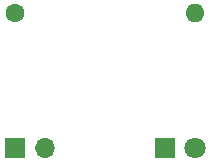
<source format=gbr>
%TF.GenerationSoftware,KiCad,Pcbnew,6.0.4-6f826c9f35~116~ubuntu20.04.1*%
%TF.CreationDate,2022-05-06T19:33:47-03:00*%
%TF.ProjectId,highLed,68696768-4c65-4642-9e6b-696361645f70,rev?*%
%TF.SameCoordinates,Original*%
%TF.FileFunction,Soldermask,Bot*%
%TF.FilePolarity,Negative*%
%FSLAX46Y46*%
G04 Gerber Fmt 4.6, Leading zero omitted, Abs format (unit mm)*
G04 Created by KiCad (PCBNEW 6.0.4-6f826c9f35~116~ubuntu20.04.1) date 2022-05-06 19:33:47*
%MOMM*%
%LPD*%
G01*
G04 APERTURE LIST*
%ADD10C,1.600000*%
%ADD11O,1.600000X1.600000*%
%ADD12R,1.800000X1.800000*%
%ADD13C,1.800000*%
%ADD14R,1.700000X1.700000*%
%ADD15O,1.700000X1.700000*%
G04 APERTURE END LIST*
D10*
%TO.C,R1*%
X137160000Y-87630000D03*
D11*
X152400000Y-87630000D03*
%TD*%
D12*
%TO.C,D1*%
X149860000Y-99060000D03*
D13*
X152400000Y-99060000D03*
%TD*%
D14*
%TO.C,BT1*%
X137160000Y-99060000D03*
D15*
X139700000Y-99060000D03*
%TD*%
M02*

</source>
